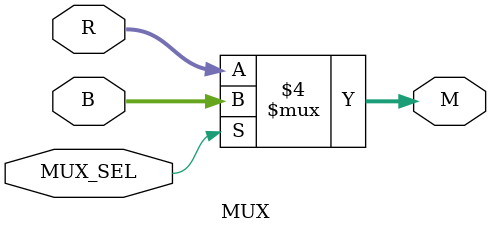
<source format=v>
/* 
REG. NO: SEU/IS/13/EG/091
NAME: P.RUMESH
THIS VERILOG CODE IS FOR MULTIPLEXER IN THE GIVEN DIAGRAM
*/

// DEFINING MUX
module MUX(B, R, MUX_SEL, M);	
input [3:0] B;
input [3:0] R;		//TWO INPUTS EACH FOUR BIT LONG
input MUX_SEL;		//MUX_SEL INPUT CAN BE 0 OR 1
output reg[3:0] M;	//FOUR BIT OUTPUT M SAVED IN REGISTER

always@(*)begin
	if (MUX_SEL == 1) // IF MUX_SEL = 1 DISPLAY B OR ELSE DISPLAY R
		M = B;
		else
		M = R;
	end
	
endmodule
</source>
